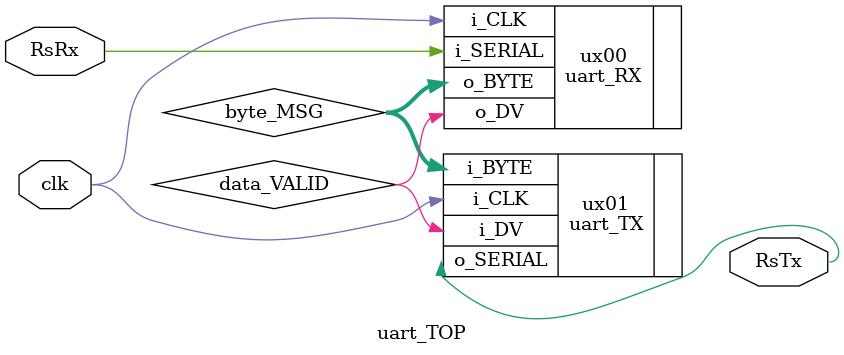
<source format=v>
`timescale 1ns / 1ps

module uart_TOP(
                //CLOCK SIGNAL
                input clk,
                //RECEIVE + TRANSMISSION
                input RsRx,
                output RsTx
                );
                
// Intermediate Variables:
wire        data_VALID;
wire [7:0]  byte_MSG;                
                
                
// RECEIVER MODULE:
uart_RX ux00 (.i_CLK(clk), .i_SERIAL(RsRx), .o_DV(data_VALID), .o_BYTE(byte_MSG));
// TRANSMISSION MODULE:
uart_TX ux01 (.i_CLK(clk), .i_DV(data_VALID), .i_BYTE(byte_MSG), .o_SERIAL(RsTx));
                
endmodule

</source>
